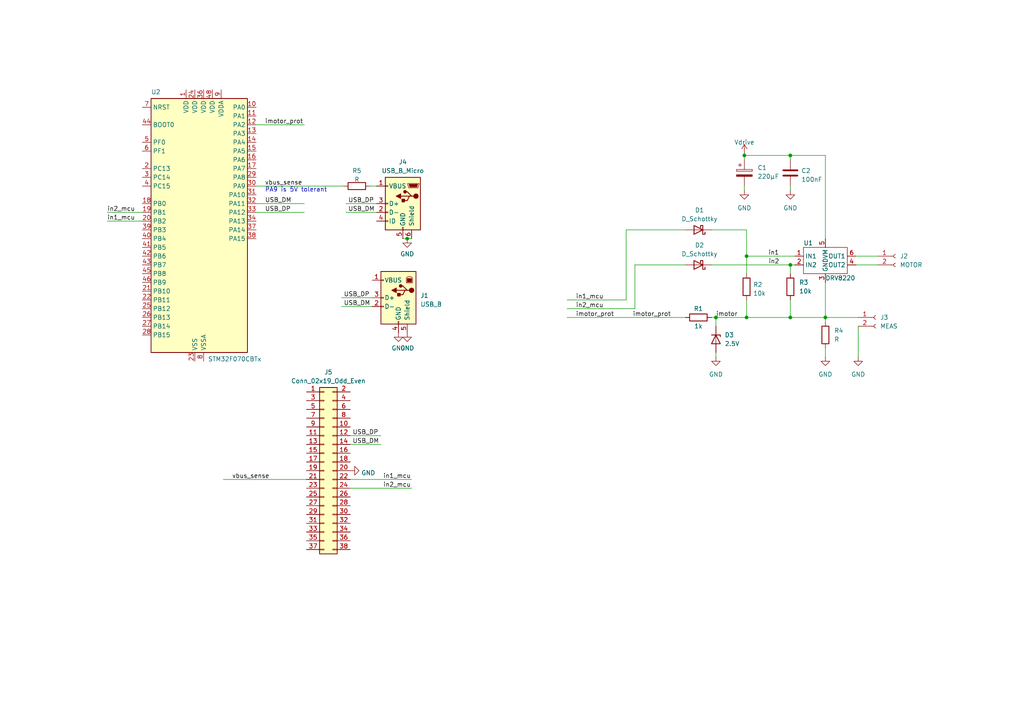
<source format=kicad_sch>
(kicad_sch (version 20230121) (generator eeschema)
  (paper "A4")
  (lib_symbols
    (symbol "Connector:Conn_01x02_Female" (pin_names (offset 1.016) hide)
      (property "Reference" "J" (at 0 2.54 0))
      (property "Value" "Conn_01x02_Female" (at 0 -5.08 0))
      (symbol "Conn_01x02_Female_1_1"
        (arc (start 0 -2.032) (mid -0.5058 -2.54) (end 0 -3.048) (stroke (width 0.1524)))
        (polyline (pts (xy -1.27 -2.54) (xy -0.508 -2.54)) (stroke (width 0.1524)))
        (polyline (pts (xy -1.27 0) (xy -0.508 0)) (stroke (width 0.1524)))
        (arc (start 0 0.508) (mid -0.5058 0) (end 0 -0.508) (stroke (width 0.1524)))
        (pin passive line (at -5.08 0 0) (length 3.81) (name "Pin_1") (number "1"))
        (pin passive line (at -5.08 -2.54 0) (length 3.81) (name "Pin_2") (number "2"))
      )
    )
    (symbol "Connector:USB_B" (pin_names (offset 1.016))
      (property "Reference" "J" (at -5.08 11.43 0))
      (property "Value" "USB_B" (at -5.08 8.89 0))
      (symbol "USB_B_0_1"
        (rectangle (start -5.08 -7.62) (end 5.08 7.62) (stroke (width 0.254)) (fill (type background)))
        (circle (center -3.81 2.159) (radius 0.635) (stroke (width 0.254)) (fill (type outline)))
        (rectangle (start -3.81 5.588) (end -2.54 4.572) (fill (type outline)))
        (circle (center -0.635 3.429) (radius 0.381) (stroke (width 0.254)) (fill (type outline)))
        (rectangle (start -0.127 -7.62) (end 0.127 -6.858))
        (polyline (pts (xy -1.905 2.159) (xy 0.635 2.159)) (stroke (width 0.254)))
        (polyline (pts (xy -3.175 2.159) (xy -2.54 2.159) (xy -1.27 3.429) (xy -0.635 3.429)) (stroke (width 0.254)))
        (polyline (pts (xy -2.54 2.159) (xy -1.905 2.159) (xy -1.27 0.889) (xy 0 0.889)) (stroke (width 0.254)))
        (polyline (pts (xy 0.635 2.794) (xy 0.635 1.524) (xy 1.905 2.159) (xy 0.635 2.794)) (stroke (width 0.254)) (fill (type outline)))
        (polyline (pts (xy -4.064 4.318) (xy -2.286 4.318) (xy -2.286 5.715) (xy -2.667 6.096) (xy -3.683 6.096) (xy -4.064 5.715) (xy -4.064 4.318)))
        (rectangle (start 0.254 1.27) (end -0.508 0.508) (stroke (width 0.254)) (fill (type outline)))
        (rectangle (start 5.08 -2.667) (end 4.318 -2.413))
        (rectangle (start 5.08 -0.127) (end 4.318 0.127))
        (rectangle (start 5.08 4.953) (end 4.318 5.207))
      )
      (symbol "USB_B_1_1"
        (pin power_out line (at 7.62 5.08 180) (length 2.54) (name "VBUS") (number "1"))
        (pin bidirectional line (at 7.62 -2.54 180) (length 2.54) (name "D-") (number "2"))
        (pin bidirectional line (at 7.62 0 180) (length 2.54) (name "D+") (number "3"))
        (pin power_out line (at 0 -10.16 90) (length 2.54) (name "GND") (number "4"))
        (pin passive line (at -2.54 -10.16 90) (length 2.54) (name "Shield") (number "5"))
      )
    )
    (symbol "Connector:USB_B_Micro" (pin_names (offset 1.016))
      (property "Reference" "J" (at -5.08 11.43 0))
      (property "Value" "USB_B_Micro" (at -5.08 8.89 0))
      (symbol "USB_B_Micro_0_1"
        (rectangle (start -5.08 -7.62) (end 5.08 7.62) (stroke (width 0.254)) (fill (type background)))
        (circle (center -3.81 2.159) (radius 0.635) (stroke (width 0.254)) (fill (type outline)))
        (circle (center -0.635 3.429) (radius 0.381) (stroke (width 0.254)) (fill (type outline)))
        (rectangle (start -0.127 -7.62) (end 0.127 -6.858))
        (polyline (pts (xy -1.905 2.159) (xy 0.635 2.159)) (stroke (width 0.254)))
        (polyline (pts (xy -3.175 2.159) (xy -2.54 2.159) (xy -1.27 3.429) (xy -0.635 3.429)) (stroke (width 0.254)))
        (polyline (pts (xy -2.54 2.159) (xy -1.905 2.159) (xy -1.27 0.889) (xy 0 0.889)) (stroke (width 0.254)))
        (polyline (pts (xy 0.635 2.794) (xy 0.635 1.524) (xy 1.905 2.159) (xy 0.635 2.794)) (stroke (width 0.254)) (fill (type outline)))
        (polyline (pts (xy -4.318 5.588) (xy -1.778 5.588) (xy -2.032 4.826) (xy -4.064 4.826) (xy -4.318 5.588)) (fill (type outline)))
        (polyline (pts (xy -4.699 5.842) (xy -4.699 5.588) (xy -4.445 4.826) (xy -4.445 4.572) (xy -1.651 4.572) (xy -1.651 4.826) (xy -1.397 5.588) (xy -1.397 5.842) (xy -4.699 5.842)))
        (rectangle (start 0.254 1.27) (end -0.508 0.508) (stroke (width 0.254)) (fill (type outline)))
        (rectangle (start 5.08 -5.207) (end 4.318 -4.953))
        (rectangle (start 5.08 -2.667) (end 4.318 -2.413))
        (rectangle (start 5.08 -0.127) (end 4.318 0.127))
        (rectangle (start 5.08 4.953) (end 4.318 5.207))
      )
      (symbol "USB_B_Micro_1_1"
        (pin power_out line (at 7.62 5.08 180) (length 2.54) (name "VBUS") (number "1"))
        (pin bidirectional line (at 7.62 -2.54 180) (length 2.54) (name "D-") (number "2"))
        (pin bidirectional line (at 7.62 0 180) (length 2.54) (name "D+") (number "3"))
        (pin passive line (at 7.62 -5.08 180) (length 2.54) (name "ID") (number "4"))
        (pin power_out line (at 0 -10.16 90) (length 2.54) (name "GND") (number "5"))
        (pin passive line (at -2.54 -10.16 90) (length 2.54) (name "Shield") (number "6"))
      )
    )
    (symbol "Connector_Generic:Conn_02x19_Odd_Even" (pin_names (offset 1.016) hide)
      (property "Reference" "J" (at 1.27 25.4 0))
      (property "Value" "Conn_02x19_Odd_Even" (at 1.27 -25.4 0))
      (symbol "Conn_02x19_Odd_Even_1_1"
        (rectangle (start -1.27 -22.733) (end 0 -22.987) (stroke (width 0.1524)))
        (rectangle (start -1.27 -20.193) (end 0 -20.447) (stroke (width 0.1524)))
        (rectangle (start -1.27 -17.653) (end 0 -17.907) (stroke (width 0.1524)))
        (rectangle (start -1.27 -15.113) (end 0 -15.367) (stroke (width 0.1524)))
        (rectangle (start -1.27 -12.573) (end 0 -12.827) (stroke (width 0.1524)))
        (rectangle (start -1.27 -10.033) (end 0 -10.287) (stroke (width 0.1524)))
        (rectangle (start -1.27 -7.493) (end 0 -7.747) (stroke (width 0.1524)))
        (rectangle (start -1.27 -4.953) (end 0 -5.207) (stroke (width 0.1524)))
        (rectangle (start -1.27 -2.413) (end 0 -2.667) (stroke (width 0.1524)))
        (rectangle (start -1.27 0.127) (end 0 -0.127) (stroke (width 0.1524)))
        (rectangle (start -1.27 2.667) (end 0 2.413) (stroke (width 0.1524)))
        (rectangle (start -1.27 5.207) (end 0 4.953) (stroke (width 0.1524)))
        (rectangle (start -1.27 7.747) (end 0 7.493) (stroke (width 0.1524)))
        (rectangle (start -1.27 10.287) (end 0 10.033) (stroke (width 0.1524)))
        (rectangle (start -1.27 12.827) (end 0 12.573) (stroke (width 0.1524)))
        (rectangle (start -1.27 15.367) (end 0 15.113) (stroke (width 0.1524)))
        (rectangle (start -1.27 17.907) (end 0 17.653) (stroke (width 0.1524)))
        (rectangle (start -1.27 20.447) (end 0 20.193) (stroke (width 0.1524)))
        (rectangle (start -1.27 22.987) (end 0 22.733) (stroke (width 0.1524)))
        (rectangle (start -1.27 24.13) (end 3.81 -24.13) (stroke (width 0.254)) (fill (type background)))
        (rectangle (start 3.81 -22.733) (end 2.54 -22.987) (stroke (width 0.1524)))
        (rectangle (start 3.81 -20.193) (end 2.54 -20.447) (stroke (width 0.1524)))
        (rectangle (start 3.81 -17.653) (end 2.54 -17.907) (stroke (width 0.1524)))
        (rectangle (start 3.81 -15.113) (end 2.54 -15.367) (stroke (width 0.1524)))
        (rectangle (start 3.81 -12.573) (end 2.54 -12.827) (stroke (width 0.1524)))
        (rectangle (start 3.81 -10.033) (end 2.54 -10.287) (stroke (width 0.1524)))
        (rectangle (start 3.81 -7.493) (end 2.54 -7.747) (stroke (width 0.1524)))
        (rectangle (start 3.81 -4.953) (end 2.54 -5.207) (stroke (width 0.1524)))
        (rectangle (start 3.81 -2.413) (end 2.54 -2.667) (stroke (width 0.1524)))
        (rectangle (start 3.81 0.127) (end 2.54 -0.127) (stroke (width 0.1524)))
        (rectangle (start 3.81 2.667) (end 2.54 2.413) (stroke (width 0.1524)))
        (rectangle (start 3.81 5.207) (end 2.54 4.953) (stroke (width 0.1524)))
        (rectangle (start 3.81 7.747) (end 2.54 7.493) (stroke (width 0.1524)))
        (rectangle (start 3.81 10.287) (end 2.54 10.033) (stroke (width 0.1524)))
        (rectangle (start 3.81 12.827) (end 2.54 12.573) (stroke (width 0.1524)))
        (rectangle (start 3.81 15.367) (end 2.54 15.113) (stroke (width 0.1524)))
        (rectangle (start 3.81 17.907) (end 2.54 17.653) (stroke (width 0.1524)))
        (rectangle (start 3.81 20.447) (end 2.54 20.193) (stroke (width 0.1524)))
        (rectangle (start 3.81 22.987) (end 2.54 22.733) (stroke (width 0.1524)))
        (pin passive line (at -5.08 22.86 0) (length 3.81) (name "Pin_1") (number "1"))
        (pin passive line (at 7.62 12.7 180) (length 3.81) (name "Pin_10") (number "10"))
        (pin passive line (at -5.08 10.16 0) (length 3.81) (name "Pin_11") (number "11"))
        (pin passive line (at 7.62 10.16 180) (length 3.81) (name "Pin_12") (number "12"))
        (pin passive line (at -5.08 7.62 0) (length 3.81) (name "Pin_13") (number "13"))
        (pin passive line (at 7.62 7.62 180) (length 3.81) (name "Pin_14") (number "14"))
        (pin passive line (at -5.08 5.08 0) (length 3.81) (name "Pin_15") (number "15"))
        (pin passive line (at 7.62 5.08 180) (length 3.81) (name "Pin_16") (number "16"))
        (pin passive line (at -5.08 2.54 0) (length 3.81) (name "Pin_17") (number "17"))
        (pin passive line (at 7.62 2.54 180) (length 3.81) (name "Pin_18") (number "18"))
        (pin passive line (at -5.08 0 0) (length 3.81) (name "Pin_19") (number "19"))
        (pin passive line (at 7.62 22.86 180) (length 3.81) (name "Pin_2") (number "2"))
        (pin passive line (at 7.62 0 180) (length 3.81) (name "Pin_20") (number "20"))
        (pin passive line (at -5.08 -2.54 0) (length 3.81) (name "Pin_21") (number "21"))
        (pin passive line (at 7.62 -2.54 180) (length 3.81) (name "Pin_22") (number "22"))
        (pin passive line (at -5.08 -5.08 0) (length 3.81) (name "Pin_23") (number "23"))
        (pin passive line (at 7.62 -5.08 180) (length 3.81) (name "Pin_24") (number "24"))
        (pin passive line (at -5.08 -7.62 0) (length 3.81) (name "Pin_25") (number "25"))
        (pin passive line (at 7.62 -7.62 180) (length 3.81) (name "Pin_26") (number "26"))
        (pin passive line (at -5.08 -10.16 0) (length 3.81) (name "Pin_27") (number "27"))
        (pin passive line (at 7.62 -10.16 180) (length 3.81) (name "Pin_28") (number "28"))
        (pin passive line (at -5.08 -12.7 0) (length 3.81) (name "Pin_29") (number "29"))
        (pin passive line (at -5.08 20.32 0) (length 3.81) (name "Pin_3") (number "3"))
        (pin passive line (at 7.62 -12.7 180) (length 3.81) (name "Pin_30") (number "30"))
        (pin passive line (at -5.08 -15.24 0) (length 3.81) (name "Pin_31") (number "31"))
        (pin passive line (at 7.62 -15.24 180) (length 3.81) (name "Pin_32") (number "32"))
        (pin passive line (at -5.08 -17.78 0) (length 3.81) (name "Pin_33") (number "33"))
        (pin passive line (at 7.62 -17.78 180) (length 3.81) (name "Pin_34") (number "34"))
        (pin passive line (at -5.08 -20.32 0) (length 3.81) (name "Pin_35") (number "35"))
        (pin passive line (at 7.62 -20.32 180) (length 3.81) (name "Pin_36") (number "36"))
        (pin passive line (at -5.08 -22.86 0) (length 3.81) (name "Pin_37") (number "37"))
        (pin passive line (at 7.62 -22.86 180) (length 3.81) (name "Pin_38") (number "38"))
        (pin passive line (at 7.62 20.32 180) (length 3.81) (name "Pin_4") (number "4"))
        (pin passive line (at -5.08 17.78 0) (length 3.81) (name "Pin_5") (number "5"))
        (pin passive line (at 7.62 17.78 180) (length 3.81) (name "Pin_6") (number "6"))
        (pin passive line (at -5.08 15.24 0) (length 3.81) (name "Pin_7") (number "7"))
        (pin passive line (at 7.62 15.24 180) (length 3.81) (name "Pin_8") (number "8"))
        (pin passive line (at -5.08 12.7 0) (length 3.81) (name "Pin_9") (number "9"))
      )
    )
    (symbol "Device:C" (pin_numbers hide) (pin_names (offset 0.254))
      (property "Reference" "C" (at 0.635 2.54 0))
      (property "Value" "C" (at 0.635 -2.54 0))
      (symbol "C_0_1"
        (polyline (pts (xy -2.032 -0.762) (xy 2.032 -0.762)) (stroke (width 0.508)))
        (polyline (pts (xy -2.032 0.762) (xy 2.032 0.762)) (stroke (width 0.508)))
      )
      (symbol "C_1_1"
        (pin passive line (at 0 3.81 270) (length 2.794) (name "~") (number "1"))
        (pin passive line (at 0 -3.81 90) (length 2.794) (name "~") (number "2"))
      )
    )
    (symbol "Device:C_Polarized" (pin_numbers hide) (pin_names (offset 0.254))
      (property "Reference" "C" (at 0.635 2.54 0))
      (property "Value" "C_Polarized" (at 0.635 -2.54 0))
      (symbol "C_Polarized_0_1"
        (rectangle (start -2.286 0.508) (end 2.286 1.016))
        (polyline (pts (xy -1.778 2.286) (xy -0.762 2.286)))
        (polyline (pts (xy -1.27 2.794) (xy -1.27 1.778)))
        (rectangle (start 2.286 -0.508) (end -2.286 -1.016) (fill (type outline)))
      )
      (symbol "C_Polarized_1_1"
        (pin passive line (at 0 3.81 270) (length 2.794) (name "~") (number "1"))
        (pin passive line (at 0 -3.81 90) (length 2.794) (name "~") (number "2"))
      )
    )
    (symbol "Device:D_Schottky" (pin_numbers hide) (pin_names (offset 1.016) hide)
      (property "Reference" "D" (at 0 2.54 0))
      (property "Value" "D_Schottky" (at 0 -2.54 0))
      (symbol "D_Schottky_0_1"
        (polyline (pts (xy 1.27 0) (xy -1.27 0)))
        (polyline (pts (xy 1.27 1.27) (xy 1.27 -1.27) (xy -1.27 0) (xy 1.27 1.27)) (stroke (width 0.254)))
        (polyline (pts (xy -1.905 0.635) (xy -1.905 1.27) (xy -1.27 1.27) (xy -1.27 -1.27) (xy -0.635 -1.27) (xy -0.635 -0.635)) (stroke (width 0.254)))
      )
      (symbol "D_Schottky_1_1"
        (pin passive line (at -3.81 0 0) (length 2.54) (name "K") (number "1"))
        (pin passive line (at 3.81 0 180) (length 2.54) (name "A") (number "2"))
      )
    )
    (symbol "Device:D_Zener" (pin_numbers hide) (pin_names (offset 1.016) hide)
      (property "Reference" "D" (at 0 2.54 0))
      (property "Value" "D_Zener" (at 0 -2.54 0))
      (symbol "D_Zener_0_1"
        (polyline (pts (xy 1.27 0) (xy -1.27 0)))
        (polyline (pts (xy -1.27 -1.27) (xy -1.27 1.27) (xy -0.762 1.27)) (stroke (width 0.254)))
        (polyline (pts (xy 1.27 -1.27) (xy 1.27 1.27) (xy -1.27 0) (xy 1.27 -1.27)) (stroke (width 0.254)))
      )
      (symbol "D_Zener_1_1"
        (pin passive line (at -3.81 0 0) (length 2.54) (name "K") (number "1"))
        (pin passive line (at 3.81 0 180) (length 2.54) (name "A") (number "2"))
      )
    )
    (symbol "Device:R" (pin_numbers hide) (pin_names (offset 0))
      (property "Reference" "R" (at 2.032 0 90))
      (property "Value" "R" (at 0 0 90))
      (symbol "R_0_1"
        (rectangle (start -1.016 -2.54) (end 1.016 2.54) (stroke (width 0.254)))
      )
      (symbol "R_1_1"
        (pin passive line (at 0 3.81 270) (length 1.27) (name "~") (number "1"))
        (pin passive line (at 0 -3.81 90) (length 1.27) (name "~") (number "2"))
      )
    )
    (symbol "MCU_ST_STM32F0:STM32F070CBTx"
      (property "Reference" "U" (at -12.7 39.37 0))
      (property "Value" "STM32F070CBTx" (at 10.16 39.37 0))
      (symbol "STM32F070CBTx_0_1"
        (rectangle (start -12.7 -35.56) (end 15.24 38.1) (stroke (width 0.254)) (fill (type background)))
      )
      (symbol "STM32F070CBTx_1_1"
        (pin power_in line (at -2.54 40.64 270) (length 2.54) (name "VDD") (number "1"))
        (pin bidirectional line (at 17.78 35.56 180) (length 2.54) (name "PA0") (number "10"))
        (pin bidirectional line (at 17.78 33.02 180) (length 2.54) (name "PA1") (number "11"))
        (pin bidirectional line (at 17.78 30.48 180) (length 2.54) (name "PA2") (number "12"))
        (pin bidirectional line (at 17.78 27.94 180) (length 2.54) (name "PA3") (number "13"))
        (pin bidirectional line (at 17.78 25.4 180) (length 2.54) (name "PA4") (number "14"))
        (pin bidirectional line (at 17.78 22.86 180) (length 2.54) (name "PA5") (number "15"))
        (pin bidirectional line (at 17.78 20.32 180) (length 2.54) (name "PA6") (number "16"))
        (pin bidirectional line (at 17.78 17.78 180) (length 2.54) (name "PA7") (number "17"))
        (pin bidirectional line (at -15.24 7.62 0) (length 2.54) (name "PB0") (number "18"))
        (pin bidirectional line (at -15.24 5.08 0) (length 2.54) (name "PB1") (number "19"))
        (pin bidirectional line (at -15.24 17.78 0) (length 2.54) (name "PC13") (number "2"))
        (pin bidirectional line (at -15.24 2.54 0) (length 2.54) (name "PB2") (number "20"))
        (pin bidirectional line (at -15.24 -17.78 0) (length 2.54) (name "PB10") (number "21"))
        (pin bidirectional line (at -15.24 -20.32 0) (length 2.54) (name "PB11") (number "22"))
        (pin power_in line (at 0 -38.1 90) (length 2.54) (name "VSS") (number "23"))
        (pin power_in line (at 0 40.64 270) (length 2.54) (name "VDD") (number "24"))
        (pin bidirectional line (at -15.24 -22.86 0) (length 2.54) (name "PB12") (number "25"))
        (pin bidirectional line (at -15.24 -25.4 0) (length 2.54) (name "PB13") (number "26"))
        (pin bidirectional line (at -15.24 -27.94 0) (length 2.54) (name "PB14") (number "27"))
        (pin bidirectional line (at -15.24 -30.48 0) (length 2.54) (name "PB15") (number "28"))
        (pin bidirectional line (at 17.78 15.24 180) (length 2.54) (name "PA8") (number "29"))
        (pin bidirectional line (at -15.24 15.24 0) (length 2.54) (name "PC14") (number "3"))
        (pin bidirectional line (at 17.78 12.7 180) (length 2.54) (name "PA9") (number "30"))
        (pin bidirectional line (at 17.78 10.16 180) (length 2.54) (name "PA10") (number "31"))
        (pin bidirectional line (at 17.78 7.62 180) (length 2.54) (name "PA11") (number "32"))
        (pin bidirectional line (at 17.78 5.08 180) (length 2.54) (name "PA12") (number "33"))
        (pin bidirectional line (at 17.78 2.54 180) (length 2.54) (name "PA13") (number "34"))
        (pin passive line (at 0 -38.1 90) (length 2.54) hide (name "VSS") (number "35"))
        (pin power_in line (at 2.54 40.64 270) (length 2.54) (name "VDD") (number "36"))
        (pin bidirectional line (at 17.78 0 180) (length 2.54) (name "PA14") (number "37"))
        (pin bidirectional line (at 17.78 -2.54 180) (length 2.54) (name "PA15") (number "38"))
        (pin bidirectional line (at -15.24 0 0) (length 2.54) (name "PB3") (number "39"))
        (pin bidirectional line (at -15.24 12.7 0) (length 2.54) (name "PC15") (number "4"))
        (pin bidirectional line (at -15.24 -2.54 0) (length 2.54) (name "PB4") (number "40"))
        (pin bidirectional line (at -15.24 -5.08 0) (length 2.54) (name "PB5") (number "41"))
        (pin bidirectional line (at -15.24 -7.62 0) (length 2.54) (name "PB6") (number "42"))
        (pin bidirectional line (at -15.24 -10.16 0) (length 2.54) (name "PB7") (number "43"))
        (pin input line (at -15.24 30.48 0) (length 2.54) (name "BOOT0") (number "44"))
        (pin bidirectional line (at -15.24 -12.7 0) (length 2.54) (name "PB8") (number "45"))
        (pin bidirectional line (at -15.24 -15.24 0) (length 2.54) (name "PB9") (number "46"))
        (pin passive line (at 0 -38.1 90) (length 2.54) hide (name "VSS") (number "47"))
        (pin power_in line (at 5.08 40.64 270) (length 2.54) (name "VDD") (number "48"))
        (pin bidirectional line (at -15.24 25.4 0) (length 2.54) (name "PF0") (number "5"))
        (pin bidirectional line (at -15.24 22.86 0) (length 2.54) (name "PF1") (number "6"))
        (pin input line (at -15.24 35.56 0) (length 2.54) (name "NRST") (number "7"))
        (pin power_in line (at 2.54 -38.1 90) (length 2.54) (name "VSSA") (number "8"))
        (pin power_in line (at 7.62 40.64 270) (length 2.54) (name "VDDA") (number "9"))
      )
    )
    (symbol "g7_driver:DRV8220"
      (property "Reference" "U" (at -6.35 5.08 0))
      (property "Value" "DRV8220" (at 5.08 -5.08 0))
      (symbol "DRV8220_0_1"
        (rectangle (start -6.35 3.81) (end 6.35 -3.81))
      )
      (symbol "DRV8220_1_1"
        (pin input line (at -8.89 1.27 0) (length 2.54) (name "IN1") (number "1"))
        (pin input line (at -8.89 -1.27 0) (length 2.54) (name "IN2") (number "2"))
        (pin power_in line (at 0 -6.35 90) (length 2.54) (name "GND") (number "3"))
        (pin power_out line (at 8.89 -1.27 180) (length 2.54) (name "OUT2") (number "4"))
        (pin power_in line (at 0 6.35 270) (length 2.54) (name "VM") (number "5"))
        (pin power_out line (at 8.89 1.27 180) (length 2.54) (name "OUT1") (number "6"))
      )
    )
    (symbol "power:GND" (power) (pin_names (offset 0))
      (property "Value" "GND" (at 0 -3.81 0))
      (symbol "GND_0_1"
        (polyline (pts (xy 0 0) (xy 0 -1.27) (xy 1.27 -1.27) (xy 0 -2.54) (xy -1.27 -1.27) (xy 0 -1.27)))
      )
      (symbol "GND_1_1"
        (pin power_in line (at 0 0 270) (length 0) hide (name "GND") (number "1"))
      )
    )
    (symbol "power:Vdrive" (power) (pin_names (offset 0))
      (property "Value" "Vdrive" (at 0 3.81 0))
      (symbol "Vdrive_0_1"
        (polyline (pts (xy -0.762 1.27) (xy 0 2.54)))
        (polyline (pts (xy 0 0) (xy 0 2.54)))
        (polyline (pts (xy 0 2.54) (xy 0.762 1.27)))
      )
      (symbol "Vdrive_1_1"
        (pin power_in line (at 0 0 90) (length 0) hide (name "Vdrive") (number "1"))
      )
    )
  )
  (junction (at 229.235 76.835))
  (junction (at 215.9 45.085))
  (junction (at 216.535 92.075))
  (junction (at 229.235 92.075))
  (junction (at 239.395 92.075))
  (junction (at 216.535 74.295))
  (junction (at 229.235 45.085))
  (junction (at 207.645 92.075))
  (junction (at 118.11 69.215))
  (wire (pts (xy 181.61 66.675) (xy 181.61 86.995)))
  (wire (pts (xy 99.06 88.9) (xy 107.95 88.9)))
  (wire (pts (xy 74.295 59.055) (xy 88.265 59.055)))
  (wire (pts (xy 216.535 92.075) (xy 229.235 92.075)))
  (wire (pts (xy 181.61 86.995) (xy 164.465 86.995)))
  (wire (pts (xy 239.395 92.075) (xy 248.92 92.075)))
  (wire (pts (xy 101.6 126.365) (xy 110.49 126.365)))
  (wire (pts (xy 164.465 89.535) (xy 184.15 89.535)))
  (wire (pts (xy 239.395 92.075) (xy 239.395 93.345)))
  (wire (pts (xy 229.235 45.085) (xy 229.235 46.355)))
  (wire (pts (xy 239.395 81.915) (xy 239.395 92.075)))
  (wire (pts (xy 101.6 128.905) (xy 110.49 128.905)))
  (wire (pts (xy 74.295 36.195) (xy 88.265 36.195)))
  (wire (pts (xy 101.6 139.065) (xy 119.38 139.065)))
  (wire (pts (xy 31.115 61.595) (xy 41.275 61.595)))
  (wire (pts (xy 230.505 76.835) (xy 229.235 76.835)))
  (wire (pts (xy 239.395 100.965) (xy 239.395 103.505)))
  (wire (pts (xy 215.9 45.085) (xy 229.235 45.085)))
  (wire (pts (xy 229.235 86.995) (xy 229.235 92.075)))
  (wire (pts (xy 239.395 45.085) (xy 239.395 69.215)))
  (wire (pts (xy 184.15 76.835) (xy 184.15 89.535)))
  (wire (pts (xy 229.235 92.075) (xy 239.395 92.075)))
  (wire (pts (xy 229.235 53.975) (xy 229.235 55.245)))
  (wire (pts (xy 31.115 64.135) (xy 41.275 64.135)))
  (wire (pts (xy 216.535 66.675) (xy 216.535 74.295)))
  (wire (pts (xy 206.375 66.675) (xy 216.535 66.675)))
  (wire (pts (xy 181.61 66.675) (xy 198.755 66.675)))
  (wire (pts (xy 164.465 92.075) (xy 198.755 92.075)))
  (wire (pts (xy 184.15 76.835) (xy 198.755 76.835)))
  (wire (pts (xy 229.235 76.835) (xy 206.375 76.835)))
  (wire (pts (xy 207.645 92.075) (xy 216.535 92.075)))
  (wire (pts (xy 254.635 74.295) (xy 248.285 74.295)))
  (wire (pts (xy 207.645 94.615) (xy 207.645 92.075)))
  (wire (pts (xy 248.92 94.615) (xy 248.92 103.505)))
  (wire (pts (xy 206.375 92.075) (xy 207.645 92.075)))
  (wire (pts (xy 239.395 45.085) (xy 229.235 45.085)))
  (wire (pts (xy 229.235 79.375) (xy 229.235 76.835)))
  (wire (pts (xy 216.535 86.995) (xy 216.535 92.075)))
  (wire (pts (xy 64.77 139.065) (xy 88.9 139.065)))
  (wire (pts (xy 215.9 44.45) (xy 215.9 45.085)))
  (wire (pts (xy 215.9 53.975) (xy 215.9 55.245)))
  (wire (pts (xy 216.535 79.375) (xy 216.535 74.295)))
  (wire (pts (xy 116.84 69.215) (xy 118.11 69.215)))
  (wire (pts (xy 74.295 53.975) (xy 99.695 53.975)))
  (wire (pts (xy 107.315 53.975) (xy 109.22 53.975)))
  (wire (pts (xy 74.295 61.595) (xy 88.265 61.595)))
  (wire (pts (xy 101.6 141.605) (xy 119.38 141.605)))
  (wire (pts (xy 207.645 102.235) (xy 207.645 103.505)))
  (wire (pts (xy 118.11 69.215) (xy 119.38 69.215)))
  (wire (pts (xy 216.535 74.295) (xy 230.505 74.295)))
  (wire (pts (xy 99.06 86.36) (xy 107.95 86.36)))
  (wire (pts (xy 215.9 45.085) (xy 215.9 46.355)))
  (wire (pts (xy 100.33 61.595) (xy 109.22 61.595)))
  (wire (pts (xy 248.285 76.835) (xy 254.635 76.835)))
  (wire (pts (xy 100.33 59.055) (xy 109.22 59.055)))
  (text "PA9 is 5V tolerant" (at 76.835 55.88 0) (effects (font (size 1.27 1.27)) (justify left bottom)))
  (label "in1_mcu" (at 111.125 139.065 0))
  (label "in1_mcu" (at 167.005 86.995 0))
  (label "USB_DP" (at 102.235 126.365 0))
  (label "in2_mcu" (at 111.125 141.605 0))
  (label "in2_mcu" (at 31.115 61.595 0))
  (label "USB_DP" (at 99.695 86.36 0))
  (label "in2_mcu" (at 167.005 89.535 0))
  (label "in1" (at 222.8278 74.295 0))
  (label "USB_DP" (at 76.835 61.595 0))
  (label "vbus_sense" (at 67.31 139.065 0))
  (label "USB_DM" (at 100.965 61.595 0))
  (label "imotor_prot" (at 76.835 36.195 0))
  (label "in1_mcu" (at 31.115 64.135 0))
  (label "USB_DP" (at 100.965 59.055 0))
  (label "vbus_sense" (at 76.835 53.975 0))
  (label "imotor_prot" (at 183.515 92.075 0))
  (label "USB_DM" (at 102.235 128.905 0))
  (label "in2" (at 222.885 76.835 0))
  (label "imotor" (at 207.645 92.075 0))
  (label "USB_DM" (at 99.695 88.9 0))
  (label "USB_DM" (at 76.835 59.055 0))
  (label "imotor_prot" (at 167.005 92.075 0))
  (symbol (lib_id "power:GND") (at 239.395 103.505 0) (unit 1)
    (property "Reference" "#PWR07" (effects hide))
    (property "Value" "GND" (at 239.395 108.585 0))
  )
  (symbol (lib_id "g7_driver:DRV8220") (at 239.395 75.565 0) (unit 1)
    (property "Reference" "U1" (at 233.045 70.485 0) (effects (justify left)))
    (property "Value" "DRV8220" (at 239.395 80.645 0) (effects (justify left)))
    (property "Footprint" "Package_TO_SOT_SMD:SOT-563" (effects hide))
  )
  (symbol (lib_id "Device:D_Schottky") (at 202.565 66.675 180) (unit 1)
    (property "Reference" "D1" (at 202.8825 60.96 0))
    (property "Value" "D_Schottky" (at 202.8825 63.5 0))
    (property "Footprint" "Diode_SMD:D_SOD-123" (effects hide))
    (property "Datasheet" "https://www.vishay.com/docs/85681/sd103aw.pdf" (effects hide))
    (property "MPN" "SD103CW-E3-08" (effects hide))
  )
  (symbol (lib_id "Device:R") (at 103.505 53.975 90) (unit 1)
    (property "Reference" "R5" (at 103.505 49.53 90))
    (property "Value" "R" (at 103.505 52.07 90))
  )
  (symbol (lib_id "Device:R") (at 202.565 92.075 90) (unit 1)
    (property "Reference" "R1" (at 202.565 89.535 90))
    (property "Value" "1k" (at 202.565 94.615 90))
    (property "Footprint" "Resistor_SMD:R_0603_1608Metric_Pad0.98x0.95mm_HandSolder" (effects hide))
  )
  (symbol (lib_id "Connector:Conn_01x02_Female") (at 254 92.075 0) (unit 1)
    (property "Reference" "J3" (at 255.27 92.0749 0) (effects (justify left)))
    (property "Value" "MEAS" (at 255.27 94.6149 0) (effects (justify left)))
    (property "Footprint" "Connector_PinHeader_2.54mm:PinHeader_1x02_P2.54mm_Vertical" (effects hide))
  )
  (symbol (lib_id "power:GND") (at 118.11 69.215 0) (mirror y) (unit 1)
    (property "Reference" "#PWR010" (effects hide))
    (property "Value" "GND" (at 118.11 73.66 0))
  )
  (symbol (lib_id "power:GND") (at 229.235 55.245 0) (unit 1)
    (property "Reference" "#PWR06" (effects hide))
    (property "Value" "GND" (at 229.235 60.325 0))
  )
  (symbol (lib_id "Connector:USB_B_Micro") (at 116.84 59.055 0) (mirror y) (unit 1)
    (property "Reference" "J4" (at 116.84 46.99 0))
    (property "Value" "USB_B_Micro" (at 116.84 49.53 0))
  )
  (symbol (lib_id "Device:R") (at 239.395 97.155 0) (unit 1)
    (property "Reference" "R4" (at 241.935 95.8849 0) (effects (justify left)))
    (property "Value" "R" (at 241.935 98.4249 0) (effects (justify left)))
    (property "Footprint" "Resistor_SMD:R_1210_3225Metric_Pad1.30x2.65mm_HandSolder" (effects hide))
  )
  (symbol (lib_id "Device:R") (at 216.535 83.185 0) (unit 1)
    (property "Reference" "R2" (at 218.44 82.55 0) (effects (justify left)))
    (property "Value" "10k" (at 218.44 85.09 0) (effects (justify left)))
    (property "Footprint" "Resistor_SMD:R_0603_1608Metric_Pad0.98x0.95mm_HandSolder" (effects hide))
  )
  (symbol (lib_id "Connector:USB_B") (at 115.57 86.36 0) (mirror y) (unit 1)
    (property "Reference" "J1" (at 121.92 85.725 0) (effects (justify right)))
    (property "Value" "USB_B" (at 121.92 88.265 0) (effects (justify right)))
    (property "Footprint" "Connector_USB:USB_B_Lumberg_2411_02_Horizontal" (effects hide))
    (property "Datasheet" " ~" (effects hide))
  )
  (symbol (lib_id "Connector:Conn_01x02_Female") (at 259.715 74.295 0) (unit 1)
    (property "Reference" "J2" (at 260.985 74.2949 0) (effects (justify left)))
    (property "Value" "MOTOR" (at 260.985 76.8349 0) (effects (justify left)))
    (property "Footprint" "Connector_PinHeader_2.54mm:PinHeader_1x02_P2.54mm_Vertical" (effects hide))
  )
  (symbol (lib_id "Device:D_Schottky") (at 202.565 76.835 180) (unit 1)
    (property "Reference" "D2" (at 202.8825 71.12 0))
    (property "Value" "D_Schottky" (at 202.8825 73.66 0))
    (property "Footprint" "Diode_SMD:D_SOD-123" (effects hide))
    (property "Datasheet" "https://www.vishay.com/docs/85681/sd103aw.pdf" (effects hide))
    (property "MPN" "SD103CW-E3-08" (effects hide))
  )
  (symbol (lib_id "Device:R") (at 229.235 83.185 0) (unit 1)
    (property "Reference" "R3" (at 231.775 81.9149 0) (effects (justify left)))
    (property "Value" "10k" (at 231.775 84.4549 0) (effects (justify left)))
    (property "Footprint" "Resistor_SMD:R_0603_1608Metric_Pad0.98x0.95mm_HandSolder" (effects hide))
  )
  (symbol (lib_id "power:GND") (at 115.57 96.52 0) (mirror y) (unit 1)
    (property "Reference" "#PWR01" (effects hide))
    (property "Value" "GND" (at 115.57 100.965 0))
  )
  (symbol (lib_id "power:GND") (at 248.92 103.505 0) (unit 1)
    (property "Reference" "#PWR08" (effects hide))
    (property "Value" "GND" (at 248.92 108.585 0))
  )
  (symbol (lib_id "Connector_Generic:Conn_02x19_Odd_Even") (at 93.98 136.525 0) (unit 1)
    (property "Reference" "J5" (at 95.25 107.95 0))
    (property "Value" "Conn_02x19_Odd_Even" (at 95.25 110.49 0))
    (property "Footprint" "Connector_PinHeader_2.54mm:PinHeader_2x19_P2.54mm_Vertical" (effects hide))
  )
  (symbol (lib_id "power:GND") (at 118.11 96.52 0) (mirror y) (unit 1)
    (property "Reference" "#PWR02" (effects hide))
    (property "Value" "GND" (at 118.11 100.965 0))
  )
  (symbol (lib_id "Device:C_Polarized") (at 215.9 50.165 0) (unit 1)
    (property "Reference" "C1" (at 219.71 48.641 0) (effects (justify left)))
    (property "Value" "220µF" (at 219.71 51.181 0) (effects (justify left)))
    (property "Footprint" "Capacitor_SMD:C_Elec_6.3x7.7" (effects hide))
  )
  (symbol (lib_id "MCU_ST_STM32F0:STM32F070CBTx") (at 56.515 66.675 0) (unit 1)
    (property "Reference" "U2" (at 43.815 26.67 0) (effects (justify left)))
    (property "Value" "STM32F070CBTx" (at 60.325 104.14 0) (effects (justify left)))
    (property "Footprint" "Package_QFP:LQFP-48_7x7mm_P0.5mm" (effects hide))
    (property "Datasheet" "https://www.st.com/resource/en/datasheet/stm32f070cb.pdf" (effects hide))
  )
  (symbol (lib_id "power:GND") (at 101.6 136.525 90) (mirror x) (unit 1)
    (property "Reference" "#PWR011" (effects hide))
    (property "Value" "GND" (at 104.775 137.16 90) (effects (justify right)))
  )
  (symbol (lib_id "Device:D_Zener") (at 207.645 98.425 270) (unit 1)
    (property "Reference" "D3" (at 210.185 97.1549 90) (effects (justify left)))
    (property "Value" "2.5V" (at 210.185 99.6949 90) (effects (justify left)))
    (property "Footprint" "Diode_SMD:D_SOD-123" (effects hide))
    (property "Datasheet" "https://www.panjit.com.tw/upload/datasheet/MMSZ5221BS_SERIES.pdf" (effects hide))
  )
  (symbol (lib_id "power:GND") (at 207.645 103.505 0) (unit 1)
    (property "Reference" "#PWR03" (effects hide))
    (property "Value" "GND" (at 207.645 108.585 0))
  )
  (symbol (lib_id "power:GND") (at 215.9 55.245 0) (unit 1)
    (property "Reference" "#PWR05" (effects hide))
    (property "Value" "GND" (at 215.9 60.325 0))
  )
  (symbol (lib_id "Device:C") (at 229.235 50.165 0) (unit 1)
    (property "Reference" "C2" (at 232.41 49.53 0) (effects (justify left)))
    (property "Value" "100nF" (at 232.41 52.07 0) (effects (justify left)))
    (property "Footprint" "Capacitor_SMD:C_0603_1608Metric_Pad1.08x0.95mm_HandSolder" (effects hide))
  )
  (symbol (lib_id "power:Vdrive") (at 215.9 44.45 0) (unit 1)
    (property "Reference" "#PWR04" (effects hide))
    (property "Value" "Vdrive" (at 215.9 41.275 0))
  )
)
</source>
